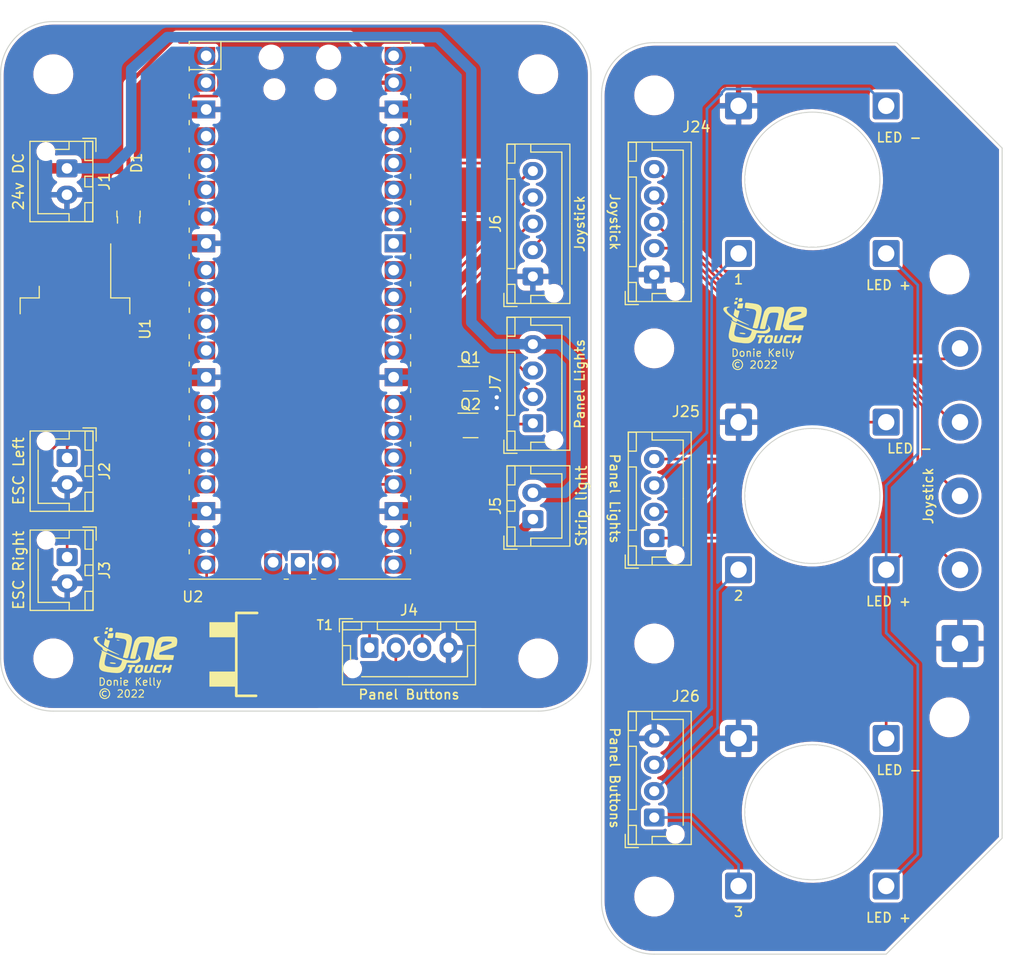
<source format=kicad_pcb>
(kicad_pcb (version 20211014) (generator pcbnew)
  (layers (0 "F.Cu" signal) (31 "B.Cu" signal) (34 "B.Paste" user) (35 "F.Paste" user) (36 "B.SilkS" user "B.Silkscreen") (37 "F.SilkS" user "F.Silkscreen") (38 "B.Mask" user) (39 "F.Mask" user) (44 "Edge.Cuts" user))
  (net 0 "")
  (net 1 "+24V")
  (net 2 "GND")
  (net 3 "Net-(D1-Pad2)")
  (net 4 "Net-(J3-Pad1)")
  (net 5 "Net-(J2-Pad1)")
  (net 19 "Net-(J6-Pad4)")
  (net 21 "Net-(Q1-Pad2)")
  (net 22 "Net-(Q2-Pad2)")
  (net 24 "Net-(J5-Pad1)")
  (net 26 "Net-(J4-Pad3)")
  (net 33 "Net-(J4-Pad2)")
  (net 34 "Net-(J4-Pad1)")
  (net 35 "Net-(J6-Pad3)")
  (net 36 "Net-(J6-Pad5)")
  (net 37 "Net-(J7-Pad1)")
  (net 38 "Net-(J7-Pad2)")
  (net 39 "Net-(J7-Pad3)")
  (net 40 "Net-(Q1-Pad5)")
  (net 41 "Net-(D1-Pad1)")
  (net 42 "+3V3")
  (net 43 "Net-(J8-Pad4)")
  (net 44 "Net-(J8-Pad3)")
  (net 45 "Net-(J8-Pad2)")
  (net 46 "Net-(J8-Pad1)")
  (net 47 "Net-(T1-Pad1)")
  (net 48 "Net-(J9-Pad1)")
  (net 49 "Net-(J9-Pad2)")
  (net 50 "Net-(J19-Pad1)")
  (net 51 "Net-(J12-Pad3)")
  (net 52 "Net-(J12-Pad2)")
  (net 53 "Net-(J12-Pad1)")
  (net 54 "Net-(J14-Pad1)")
  (footprint "STD40NF10:D_PAK" (layer "F.Cu") (at 82.845 105.029 -90)
    (fp_text reference "T1" (at -2.779 -7.905 180) (layer "F.SilkS") (effects (font (size 0.9 0.9))))
    (fp_text value "STD40NF10")
    (pad "1" smd rect locked (at -2.3 3.3 270) (size 1.6 3) (layers "F.Cu" "F.Paste" "F.Mask") (net 47 "Net-(T1-Pad1)"))
    (pad "2" smd rect locked (at 0 -3.4 270) (size 6.7 6.7) (layers "F.Cu" "F.Paste" "F.Mask") (net 24 "Net-(J5-Pad1)"))
    (pad "3" smd rect locked (at 2.3 3.3 270) (size 1.6 3) (layers "F.Cu" "F.Paste" "F.Mask") (net 2 "GND"))
  )
  (footprint "MCU_RaspberryPi_and_Boards:RPi_Pico_SMD_TH" (layer "F.Cu") (at 88.392 72.39)
    (fp_text reference "U2" (at -10.16 27.178) (layer "F.SilkS"))
    (fp_text value "Pico" hide)
    (pad "" np_thru_hole oval (at 2.725 -24) (size 1.8 1.8) (drill 1.8) (layers *.Cu *.Mask))
    (pad "" np_thru_hole oval (at 2.425 -20.97) (size 1.5 1.5) (drill 1.5) (layers *.Cu *.Mask))
    (pad "" np_thru_hole oval (at -2.425 -20.97) (size 1.5 1.5) (drill 1.5) (layers *.Cu *.Mask))
    (pad "" np_thru_hole oval (at -2.725 -24) (size 1.8 1.8) (drill 1.8) (layers *.Cu *.Mask))
    (pad "1" thru_hole oval (at -8.89 -24.13) (size 1.7 1.7) (drill 1.02) (layers *.Cu *.Mask) (net 5 "Net-(J2-Pad1)"))
    (pad "1" smd rect (at -8.89 -24.13) (size 3.5 1.7) (drill (offset -0.9 0)) (layers "F.Cu" "F.Mask") (net 5 "Net-(J2-Pad1)"))
    (pad "2" thru_hole oval (at -8.89 -21.59) (size 1.7 1.7) (drill 1.02) (layers *.Cu *.Mask) (net 4 "Net-(J3-Pad1)"))
    (pad "2" smd rect (at -8.89 -21.59) (size 3.5 1.7) (drill (offset -0.9 0)) (layers "F.Cu" "F.Mask") (net 4 "Net-(J3-Pad1)"))
    (pad "3" smd rect (at -8.89 -19.05) (size 3.5 1.7) (drill (offset -0.9 0)) (layers "F.Cu" "F.Mask") (net 2 "GND"))
    (pad "3" thru_hole rect (at -8.89 -19.05) (size 1.7 1.7) (drill 1.02) (layers *.Cu *.Mask) (net 2 "GND"))
    (pad "4" smd rect (at -8.89 -16.51) (size 3.5 1.7) (drill (offset -0.9 0)) (layers "F.Cu" "F.Mask"))
    (pad "4" thru_hole oval (at -8.89 -16.51) (size 1.7 1.7) (drill 1.02) (layers *.Cu *.Mask))
    (pad "5" thru_hole oval (at -8.89 -13.97) (size 1.7 1.7) (drill 1.02) (layers *.Cu *.Mask))
    (pad "5" smd rect (at -8.89 -13.97) (size 3.5 1.7) (drill (offset -0.9 0)) (layers "F.Cu" "F.Mask"))
    (pad "6" smd rect (at -8.89 -11.43) (size 3.5 1.7) (drill (offset -0.9 0)) (layers "F.Cu" "F.Mask"))
    (pad "6" thru_hole oval (at -8.89 -11.43) (size 1.7 1.7) (drill 1.02) (layers *.Cu *.Mask))
    (pad "7" thru_hole oval (at -8.89 -8.89) (size 1.7 1.7) (drill 1.02) (layers *.Cu *.Mask))
    (pad "7" smd rect (at -8.89 -8.89) (size 3.5 1.7) (drill (offset -0.9 0)) (layers "F.Cu" "F.Mask"))
    (pad "8" thru_hole rect (at -8.89 -6.35) (size 1.7 1.7) (drill 1.02) (layers *.Cu *.Mask) (net 2 "GND"))
    (pad "8" smd rect (at -8.89 -6.35) (size 3.5 1.7) (drill (offset -0.9 0)) (layers "F.Cu" "F.Mask") (net 2 "GND"))
    (pad "9" smd rect (at -8.89 -3.81) (size 3.5 1.7) (drill (offset -0.9 0)) (layers "F.Cu" "F.Mask"))
    (pad "9" thru_hole oval (at -8.89 -3.81) (size 1.7 1.7) (drill 1.02) (layers *.Cu *.Mask))
    (pad "10" thru_hole oval (at -8.89 -1.27) (size 1.7 1.7) (drill 1.02) (layers *.Cu *.Mask))
    (pad "10" smd rect (at -8.89 -1.27) (size 3.5 1.7) (drill (offset -0.9 0)) (layers "F.Cu" "F.Mask"))
    (pad "11" smd rect (at -8.89 1.27) (size 3.5 1.7) (drill (offset -0.9 0)) (layers "F.Cu" "F.Mask"))
    (pad "11" thru_hole oval (at -8.89 1.27) (size 1.7 1.7) (drill 1.02) (layers *.Cu *.Mask))
    (pad "12" thru_hole oval (at -8.89 3.81) (size 1.7 1.7) (drill 1.02) (layers *.Cu *.Mask))
    (pad "12" smd rect (at -8.89 3.81) (size 3.5 1.7) (drill (offset -0.9 0)) (layers "F.Cu" "F.Mask"))
    (pad "13" thru_hole rect (at -8.89 6.35) (size 1.7 1.7) (drill 1.02) (layers *.Cu *.Mask) (net 2 "GND"))
    (pad "13" smd rect (at -8.89 6.35) (size 3.5 1.7) (drill (offset -0.9 0)) (layers "F.Cu" "F.Mask") (net 2 "GND"))
    (pad "14" thru_hole oval (at -8.89 8.89) (size 1.7 1.7) (drill 1.02) (layers *.Cu *.Mask))
    (pad "14" smd rect (at -8.89 8.89) (size 3.5 1.7) (drill (offset -0.9 0)) (layers "F.Cu" "F.Mask"))
    (pad "15" thru_hole oval (at -8.89 11.43) (size 1.7 1.7) (drill 1.02) (layers *.Cu *.Mask))
    (pad "15" smd rect (at -8.89 11.43) (size 3.5 1.7) (drill (offset -0.9 0)) (layers "F.Cu" "F.Mask"))
    (pad "16" thru_hole oval (at -8.89 13.97) (size 1.7 1.7) (drill 1.02) (layers *.Cu *.Mask))
    (pad "16" smd rect (at -8.89 13.97) (size 3.5 1.7) (drill (offset -0.9 0)) (layers "F.Cu" "F.Mask"))
    (pad "17" thru_hole oval (at -8.89 16.51) (size 1.7 1.7) (drill 1.02) (layers *.Cu *.Mask))
    (pad "17" smd rect (at -8.89 16.51) (size 3.5 1.7) (drill (offset -0.9 0)) (layers "F.Cu" "F.Mask"))
    (pad "18" thru_hole rect (at -8.89 19.05) (size 1.7 1.7) (drill 1.02) (layers *.Cu *.Mask) (net 2 "GND"))
    (pad "18" smd rect (at -8.89 19.05) (size 3.5 1.7) (drill (offset -0.9 0)) (layers "F.Cu" "F.Mask") (net 2 "GND"))
    (pad "19" smd rect (at -8.89 21.59) (size 3.5 1.7) (drill (offset -0.9 0)) (layers "F.Cu" "F.Mask"))
    (pad "19" thru_hole oval (at -8.89 21.59) (size 1.7 1.7) (drill 1.02) (layers *.Cu *.Mask))
    (pad "20" thru_hole oval (at -8.89 24.13) (size 1.7 1.7) (drill 1.02) (layers *.Cu *.Mask) (net 47 "Net-(T1-Pad1)"))
    (pad "20" smd rect (at -8.89 24.13) (size 3.5 1.7) (drill (offset -0.9 0)) (layers "F.Cu" "F.Mask") (net 47 "Net-(T1-Pad1)"))
    (pad "21" thru_hole oval (at 8.89 24.13) (size 1.7 1.7) (drill 1.02) (layers *.Cu *.Mask))
    (pad "21" smd rect (at 8.89 24.13) (size 3.5 1.7) (drill (offset 0.9 0)) (layers "F.Cu" "F.Mask"))
    (pad "22" thru_hole oval (at 8.89 21.59) (size 1.7 1.7) (drill 1.02) (layers *.Cu *.Mask) (net 34 "Net-(J4-Pad1)"))
    (pad "22" smd rect (at 8.89 21.59) (size 3.5 1.7) (drill (offset 0.9 0)) (layers "F.Cu" "F.Mask") (net 34 "Net-(J4-Pad1)"))
    (pad "23" smd rect (at 8.89 19.05) (size 3.5 1.7) (drill (offset 0.9 0)) (layers "F.Cu" "F.Mask") (net 2 "GND"))
    (pad "23" thru_hole rect (at 8.89 19.05) (size 1.7 1.7) (drill 1.02) (layers *.Cu *.Mask) (net 2 "GND"))
    (pad "24" smd rect (at 8.89 16.51) (size 3.5 1.7) (drill (offset 0.9 0)) (layers "F.Cu" "F.Mask") (net 33 "Net-(J4-Pad2)"))
    (pad "24" thru_hole oval (at 8.89 16.51) (size 1.7 1.7) (drill 1.02) (layers *.Cu *.Mask) (net 33 "Net-(J4-Pad2)"))
    (pad "25" thru_hole oval (at 8.89 13.97) (size 1.7 1.7) (drill 1.02) (layers *.Cu *.Mask) (net 26 "Net-(J4-Pad3)"))
    (pad "25" smd rect (at 8.89 13.97) (size 3.5 1.7) (drill (offset 0.9 0)) (layers "F.Cu" "F.Mask") (net 26 "Net-(J4-Pad3)"))
    (pad "26" thru_hole oval (at 8.89 11.43) (size 1.7 1.7) (drill 1.02) (layers *.Cu *.Mask) (net 22 "Net-(Q2-Pad2)"))
    (pad "26" smd rect (at 8.89 11.43) (size 3.5 1.7) (drill (offset 0.9 0)) (layers "F.Cu" "F.Mask") (net 22 "Net-(Q2-Pad2)"))
    (pad "27" smd rect (at 8.89 8.89) (size 3.5 1.7) (drill (offset 0.9 0)) (layers "F.Cu" "F.Mask") (net 40 "Net-(Q1-Pad5)"))
    (pad "27" thru_hole oval (at 8.89 8.89) (size 1.7 1.7) (drill 1.02) (layers *.Cu *.Mask) (net 40 "Net-(Q1-Pad5)"))
    (pad "28" thru_hole rect (at 8.89 6.35) (size 1.7 1.7) (drill 1.02) (layers *.Cu *.Mask) (net 2 "GND"))
    (pad "28" smd rect (at 8.89 6.35) (size 3.5 1.7) (drill (offset 0.9 0)) (layers "F.Cu" "F.Mask") (net 2 "GND"))
    (pad "29" thru_hole oval (at 8.89 3.81) (size 1.7 1.7) (drill 1.02) (layers *.Cu *.Mask) (net 21 "Net-(Q1-Pad2)"))
    (pad "29" smd rect (at 8.89 3.81) (size 3.5 1.7) (drill (offset 0.9 0)) (layers "F.Cu" "F.Mask") (net 21 "Net-(Q1-Pad2)"))
    (pad "30" smd rect (at 8.89 1.27) (size 3.5 1.7) (drill (offset 0.9 0)) (layers "F.Cu" "F.Mask"))
    (pad "30" thru_hole oval (at 8.89 1.27) (size 1.7 1.7) (drill 1.02) (layers *.Cu *.Mask))
    (pad "31" smd rect (at 8.89 -1.27) (size 3.5 1.7) (drill (offset 0.9 0)) (layers "F.Cu" "F.Mask") (net 35 "Net-(J6-Pad3)"))
    (pad "31" thru_hole oval (at 8.89 -1.27) (size 1.7 1.7) (drill 1.02) (layers *.Cu *.Mask) (net 35 "Net-(J6-Pad3)"))
    (pad "32" smd rect (at 8.89 -3.81) (size 3.5 1.7) (drill (offset 0.9 0)) (layers "F.Cu" "F.Mask") (net 19 "Net-(J6-Pad4)"))
    (pad "32" thru_hole oval (at 8.89 -3.81) (size 1.7 1.7) (drill 1.02) (layers *.Cu *.Mask) (net 19 "Net-(J6-Pad4)"))
    (pad "33" thru_hole rect (at 8.89 -6.35) (size 1.7 1.7) (drill 1.02) (layers *.Cu *.Mask))
    (pad "33" smd rect (at 8.89 -6.35) (size 3.5 1.7) (drill (offset 0.9 0)) (layers "F.Cu" "F.Mask"))
    (pad "34" smd rect (at 8.89 -8.89) (size 3.5 1.7) (drill (offset 0.9 0)) (layers "F.Cu" "F.Mask") (net 36 "Net-(J6-Pad5)"))
    (pad "34" thru_hole oval (at 8.89 -8.89) (size 1.7 1.7) (drill 1.02) (layers *.Cu *.Mask) (net 36 "Net-(J6-Pad5)"))
    (pad "35" thru_hole oval (at 8.89 -11.43) (size 1.7 1.7) (drill 1.02) (layers *.Cu *.Mask))
    (pad "35" smd rect (at 8.89 -11.43) (size 3.5 1.7) (drill (offset 0.9 0)) (layers "F.Cu" "F.Mask"))
    (pad "36" smd rect (at 8.89 -13.97) (size 3.5 1.7) (drill (offset 0.9 0)) (layers "F.Cu" "F.Mask") (net 42 "+3V3"))
    (pad "36" thru_hole oval (at 8.89 -13.97) (size 1.7 1.7) (drill 1.02) (layers *.Cu *.Mask) (net 42 "+3V3"))
    (pad "37" thru_hole oval (at 8.89 -16.51) (size 1.7 1.7) (drill 1.02) (layers *.Cu *.Mask))
    (pad "37" smd rect (at 8.89 -16.51) (size 3.5 1.7) (drill (offset 0.9 0)) (layers "F.Cu" "F.Mask"))
    (pad "38" smd rect (at 8.89 -19.05) (size 3.5 1.7) (drill (offset 0.9 0)) (layers "F.Cu" "F.Mask") (net 2 "GND"))
    (pad "38" thru_hole rect (at 8.89 -19.05) (size 1.7 1.7) (drill 1.02) (layers *.Cu *.Mask) (net 2 "GND"))
    (pad "39" smd rect (at 8.89 -21.59) (size 3.5 1.7) (drill (offset 0.9 0)) (layers "F.Cu" "F.Mask") (net 41 "Net-(D1-Pad1)"))
    (pad "39" thru_hole oval (at 8.89 -21.59) (size 1.7 1.7) (drill 1.02) (layers *.Cu *.Mask) (net 41 "Net-(D1-Pad1)"))
    (pad "40" smd rect (at 8.89 -24.13) (size 3.5 1.7) (drill (offset 0.9 0)) (layers "F.Cu" "F.Mask"))
    (pad "40" thru_hole oval (at 8.89 -24.13) (size 1.7 1.7) (drill 1.02) (layers *.Cu *.Mask))
    (pad "41" smd rect (at -2.54 23.9 90) (size 3.5 1.7) (drill (offset -0.9 0)) (layers "F.Cu" "F.Mask"))
    (pad "41" thru_hole oval (at -2.54 23.9) (size 1.7 1.7) (drill 1.02) (layers *.Cu *.Mask))
    (pad "42" smd rect (at 0 23.9 90) (size 3.5 1.7) (drill (offset -0.9 0)) (layers "F.Cu" "F.Mask"))
    (pad "42" thru_hole rect (at 0 23.9) (size 1.7 1.7) (drill 1.02) (layers *.Cu *.Mask))
    (pad "43" thru_hole oval (at 2.54 23.9) (size 1.7 1.7) (drill 1.02) (layers *.Cu *.Mask))
    (pad "43" smd rect (at 2.54 23.9 90) (size 3.5 1.7) (drill (offset -0.9 0)) (layers "F.Cu" "F.Mask"))
  )
  (footprint "Connector_Wire:SolderWire-0.75sqmm_1x05_P7mm_D1.25mm_OD3.5mm" (layer "F.Cu") (at 151 104 90)
    (fp_text reference "J23" hide)
    (fp_text value "Joystick" (at 14 -3 90) (layer "F.SilkS") (effects (font (size 0.9 0.9))))
    (pad "1" thru_hole roundrect (at 0 0 90) (size 3.5 3.5) (drill 1.55) (layers *.Cu *.Mask) (roundrect_rratio 0.07142914286) (net 2 "GND"))
    (pad "2" thru_hole circle (at 7 0 90) (size 3.5 3.5) (drill 1.55) (layers *.Cu *.Mask) (net 43 "Net-(J8-Pad4)"))
    (pad "3" thru_hole circle (at 14 0 90) (size 3.5 3.5) (drill 1.55) (layers *.Cu *.Mask) (net 44 "Net-(J8-Pad3)"))
    (pad "4" thru_hole circle (at 21 0 90) (size 3.5 3.5) (drill 1.55) (layers *.Cu *.Mask) (net 45 "Net-(J8-Pad2)"))
    (pad "5" thru_hole circle (at 28 0 90) (size 3.5 3.5) (drill 1.55) (layers *.Cu *.Mask) (net 46 "Net-(J8-Pad1)"))
  )
  (footprint "Connector_JST:JST_XH_B4B-XH-AM_1x04_P2.50mm_Vertical" (layer "F.Cu") (at 122 94 90)
    (fp_text reference "J25" (at 12 3 180) (layer "F.SilkS"))
    (fp_text value "Panel Lights" (at 3.75 -3.75 270 unlocked) (layer "F.SilkS") (effects (font (size 0.9 0.9))))
    (pad "" np_thru_hole circle (at -1.6 2 90) (size 1.2 1.2) (drill 1.2) (layers *.Cu *.Mask))
    (pad "1" thru_hole roundrect (at 0 0 90) (size 1.7 1.95) (drill 0.95) (layers *.Cu *.Mask) (roundrect_rratio 0.1470588235) (net 53 "Net-(J12-Pad1)"))
    (pad "2" thru_hole oval (at 2.5 0 90) (size 1.7 1.95) (drill 0.95) (layers *.Cu *.Mask) (net 52 "Net-(J12-Pad2)"))
    (pad "3" thru_hole oval (at 5 0 90) (size 1.7 1.95) (drill 0.95) (layers *.Cu *.Mask) (net 51 "Net-(J12-Pad3)"))
    (pad "4" thru_hole oval (at 7.5 0 90) (size 1.7 1.95) (drill 0.95) (layers *.Cu *.Mask) (net 50 "Net-(J19-Pad1)"))
  )
  (footprint "Connector_Wire:SolderWire-0.75sqmm_1x01_D1.25mm_OD2.3mm" (layer "F.Cu") (at 130 67)
    (fp_text reference "J14" hide)
    (fp_text value "1" (at 0 2.47) (layer "F.SilkS") (effects (font (size 0.9 0.9))))
    (pad "1" thru_hole roundrect (at 0 0) (size 2.55 2.55) (drill 1.55) (layers *.Cu *.Mask) (roundrect_rratio 0.09803882353) (net 54 "Net-(J14-Pad1)"))
  )
  (footprint "Connector_Wire:SolderWire-0.75sqmm_1x01_D1.25mm_OD2.3mm" (layer "F.Cu") (at 130 113)
    (fp_text reference "J13" hide)
    (fp_text value "GND" hide)
    (pad "1" thru_hole roundrect (at 0 0) (size 2.55 2.55) (drill 1.55) (layers *.Cu *.Mask) (roundrect_rratio 0.09803882353) (net 2 "GND"))
  )
  (footprint "Connector_JST:JST_XH_B5B-XH-AM_1x05_P2.50mm_Vertical" (layer "F.Cu") (at 110.49 69.182 90)
    (fp_text reference "J6" (at 5 -3.55 90) (layer "F.SilkS"))
    (fp_text value "Joystick" (at 5 4.445 90) (layer "F.SilkS") (effects (font (size 0.9 0.9))))
    (pad "" np_thru_hole circle (at -1.6 2 90) (size 1.2 1.2) (drill 1.2) (layers *.Cu *.Mask))
    (pad "1" thru_hole roundrect (at 0 0 90) (size 1.7 1.95) (drill 0.95) (layers *.Cu *.Mask) (roundrect_rratio 0.1470588235) (net 2 "GND"))
    (pad "2" thru_hole oval (at 2.5 0 90) (size 1.7 1.95) (drill 0.95) (layers *.Cu *.Mask) (net 42 "+3V3"))
    (pad "3" thru_hole oval (at 5 0 90) (size 1.7 1.95) (drill 0.95) (layers *.Cu *.Mask) (net 35 "Net-(J6-Pad3)"))
    (pad "4" thru_hole oval (at 7.5 0 90) (size 1.7 1.95) (drill 0.95) (layers *.Cu *.Mask) (net 19 "Net-(J6-Pad4)"))
    (pad "5" thru_hole oval (at 10 0 90) (size 1.7 1.95) (drill 0.95) (layers *.Cu *.Mask) (net 36 "Net-(J6-Pad5)"))
  )
  (footprint "Connector_Wire:SolderWire-0.75sqmm_1x01_D1.25mm_OD2.3mm" (layer "F.Cu") (at 130 97)
    (fp_text reference "J15" hide)
    (fp_text value "2" (at 0 2.47) (layer "F.SilkS") (effects (font (size 0.9 0.9))))
    (pad "1" thru_hole roundrect (at 0 0) (size 2.55 2.55) (drill 1.55) (layers *.Cu *.Mask) (roundrect_rratio 0.09803882353) (net 49 "Net-(J9-Pad2)"))
  )
  (footprint "Package_TO_SOT_SMD:TO-263-2" (layer "F.Cu") (at 67.056 74.168 -90)
    (fp_text reference "U1" (at 0 -6.65 90) (layer "F.SilkS"))
    (fp_text value "L7805" hide)
    (pad "1" smd rect (at -5.775 -2.54 270) (size 4.6 1.1) (layers "F.Cu" "F.Paste" "F.Mask") (net 1 "+24V"))
    (pad "2" smd rect (at 3.375 0 270) (size 9.4 10.8) (layers "F.Cu" "F.Mask") (net 2 "GND"))
    (pad "3" smd rect (at -5.775 2.54 270) (size 4.6 1.1) (layers "F.Cu" "F.Paste" "F.Mask") (net 3 "Net-(D1-Pad2)"))
  )
  (footprint "Connector_JST:JST_XH_B4B-XH-AM_1x04_P2.50mm_Vertical" (layer "F.Cu") (at 122 120.5 90)
    (fp_text reference "J26" (at 11.5 3 180) (layer "F.SilkS"))
    (fp_text value "Panel Buttons" (at 3.75 -3.75 270 unlocked) (layer "F.SilkS") (effects (font (size 0.9 0.9))))
    (pad "" np_thru_hole circle (at -1.6 2 90) (size 1.2 1.2) (drill 1.2) (layers *.Cu *.Mask))
    (pad "1" thru_hole roundrect (at 0 0 90) (size 1.7 1.95) (drill 0.95) (layers *.Cu *.Mask) (roundrect_rratio 0.1470588235) (net 48 "Net-(J9-Pad1)"))
    (pad "2" thru_hole oval (at 2.5 0 90) (size 1.7 1.95) (drill 0.95) (layers *.Cu *.Mask) (net 49 "Net-(J9-Pad2)"))
    (pad "3" thru_hole oval (at 5 0 90) (size 1.7 1.95) (drill 0.95) (layers *.Cu *.Mask) (net 54 "Net-(J14-Pad1)"))
    (pad "4" thru_hole oval (at 7.5 0 90) (size 1.7 1.95) (drill 0.95) (layers *.Cu *.Mask) (net 2 "GND"))
  )
  (footprint "smd:DO220AA" (layer "F.Cu") (at 72.136 61.722 90)
    (fp_text reference "D1" (at 3.302 0.762 90) (layer "F.SilkS"))
    (fp_text value "D_Schottky" hide)
    (pad "1" smd rect (at 0.5 0 270) (size 2.9 2.6) (layers "F.Cu" "F.Paste" "F.Mask") (net 41 "Net-(D1-Pad1)"))
    (pad "2" smd rect (at -2 0 270) (size 0.8 1.5) (layers "F.Cu" "F.Paste" "F.Mask") (net 3 "Net-(D1-Pad2)"))
  )
  (footprint "Connector_Wire:SolderWire-0.75sqmm_1x01_D1.25mm_OD2.3mm" (layer "F.Cu") (at 144 97)
    (fp_text reference "J18" hide)
    (fp_text value "LED +" (at -2 3) (layer "F.SilkS") (effects (font (size 0.9 0.9)) (justify left)))
    (pad "1" thru_hole roundrect (at 0 0) (size 2.55 2.55) (drill 1.55) (layers *.Cu *.Mask) (roundrect_rratio 0.09803882353) (net 50 "Net-(J19-Pad1)"))
  )
  (footprint "OneTouch_Logo:onetouchlogo" (layer "F.Cu") (at 72.771 104.775)
    (fp_text reference "G1" hide)
    (fp_text value "LOGO" hide)
  )
  (footprint "OneTouch_Logo:onetouchlogo" (layer "F.Cu") (at 132.5 73.5)
    (fp_text reference "G2" hide)
    (fp_text value "LOGO" hide)
  )
  (footprint "MountingHole:MountingHole_3.2mm_M3" (layer "F.Cu") (at 111 105.41)
    (fp_text reference "H3" hide)
    (fp_text value "MountingHole" hide)
    (pad "" np_thru_hole circle (at 0 0) (size 3.2 3.2) (drill 3.2) (layers *.Cu *.Mask))
  )
  (footprint "MountingHole:MountingHole_12.7mm" (layer "F.Cu") (at 137 90)
    (fp_text reference "H6" (at 0 -3.2) (layer "F.SilkS"))
    (fp_text value "MountingHole")
    (pad "" np_thru_hole circle (at 0 0) (size 12.7 12.7) (drill 12.7) (layers F&B.Cu *.Mask))
  )
  (footprint "MountingHole:MountingHole_12.7mm" (layer "F.Cu") (at 137 120)
    (fp_text reference "H7" hide)
    (fp_text value "MountingHole")
    (pad "" np_thru_hole circle (at 0 0) (size 12.7 12.7) (drill 12.7) (layers F&B.Cu *.Mask))
  )
  (footprint "MountingHole:MountingHole_3.2mm_M3" (layer "F.Cu") (at 122 76)
    (fp_text reference "H11" hide)
    (fp_text value "MountingHole" hide)
    (pad "" np_thru_hole circle (at 0 0) (size 3.2 3.2) (drill 3.2) (layers *.Cu *.Mask))
  )
  (footprint "Package_TO_SOT_SMD:SOT-363_SC-70-6" (layer "F.Cu") (at 104.582 78.882)
    (fp_text reference "Q1" (at 0 -2) (layer "F.SilkS"))
    (fp_text value "2N7002HSX" hide)
    (pad "1" smd rect (at -0.95 -0.65) (size 0.65 0.4) (layers "F.Cu" "F.Paste" "F.Mask") (net 2 "GND"))
    (pad "2" smd rect (at -0.95 0) (size 0.65 0.4) (layers "F.Cu" "F.Paste" "F.Mask") (net 21 "Net-(Q1-Pad2)"))
    (pad "3" smd rect (at -0.95 0.65) (size 0.65 0.4) (layers "F.Cu" "F.Paste" "F.Mask") (net 39 "Net-(J7-Pad3)"))
    (pad "4" smd rect (at 0.95 0.65) (size 0.65 0.4) (layers "F.Cu" "F.Paste" "F.Mask") (net 2 "GND"))
    (pad "5" smd rect (at 0.95 0) (size 0.65 0.4) (layers "F.Cu" "F.Paste" "F.Mask") (net 40 "Net-(Q1-Pad5)"))
    (pad "6" smd rect (at 0.95 -0.65) (size 0.65 0.4) (layers "F.Cu" "F.Paste" "F.Mask") (net 38 "Net-(J7-Pad2)"))
  )
  (footprint "Package_TO_SOT_SMD:SOT-363_SC-70-6" (layer "F.Cu") (at 104.582 83.312)
    (fp_text reference "Q2" (at 0 -2) (layer "F.SilkS"))
    (fp_text value "2N7002HSX" hide)
    (pad "1" smd rect (at -0.95 -0.65) (size 0.65 0.4) (layers "F.Cu" "F.Paste" "F.Mask") (net 2 "GND"))
    (pad "2" smd rect (at -0.95 0) (size 0.65 0.4) (layers "F.Cu" "F.Paste" "F.Mask") (net 22 "Net-(Q2-Pad2)"))
    (pad "3" smd rect (at -0.95 0.65) (size 0.65 0.4) (layers "F.Cu" "F.Paste" "F.Mask") (net 37 "Net-(J7-Pad1)"))
    (pad "4" smd rect (at 0.95 0.65) (size 0.65 0.4) (layers "F.Cu" "F.Paste" "F.Mask"))
    (pad "5" smd rect (at 0.95 0) (size 0.65 0.4) (layers "F.Cu" "F.Paste" "F.Mask"))
    (pad "6" smd rect (at 0.95 -0.65) (size 0.65 0.4) (layers "F.Cu" "F.Paste" "F.Mask"))
  )
  (footprint "MountingHole:MountingHole_3.2mm_M3" (layer "F.Cu") (at 65 105.41)
    (fp_text reference "H4" hide)
    (fp_text value "MountingHole" hide)
    (pad "" np_thru_hole circle (at 0 0) (size 3.2 3.2) (drill 3.2) (layers *.Cu *.Mask))
  )
  (footprint "Connector_Wire:SolderWire-0.75sqmm_1x01_D1.25mm_OD2.3mm" (layer "F.Cu") (at 144 67)
    (fp_text reference "J17" hide)
    (fp_text value "LED +" (at -2 3) (layer "F.SilkS") (effects (font (size 0.9 0.9)) (justify left)))
    (pad "1" thru_hole roundrect (at 0 0) (size 2.55 2.55) (drill 1.55) (layers *.Cu *.Mask) (roundrect_rratio 0.09803882353) (net 50 "Net-(J19-Pad1)"))
  )
  (footprint "Connector_Wire:SolderWire-0.75sqmm_1x01_D1.25mm_OD2.3mm" (layer "F.Cu") (at 144 113)
    (fp_text reference "J22" hide)
    (fp_text value "LED -" (at -1 3) (layer "F.SilkS") (effects (font (size 0.9 0.9)) (justify left)))
    (pad "1" thru_hole roundrect (at 0 0) (size 2.55 2.55) (drill 1.55) (layers *.Cu *.Mask) (roundrect_rratio 0.09803882353) (net 53 "Net-(J12-Pad1)"))
  )
  (footprint "Connector_Wire:SolderWire-0.75sqmm_1x01_D1.25mm_OD2.3mm" (layer "F.Cu") (at 144 83)
    (fp_text reference "J21" hide)
    (fp_text value "LED -" (at 0 2.5) (layer "F.SilkS") (effects (font (size 0.9 0.9)) (justify left)))
    (pad "1" thru_hole roundrect (at 0 0) (size 2.55 2.55) (drill 1.55) (layers *.Cu *.Mask) (roundrect_rratio 0.09803882353) (net 52 "Net-(J12-Pad2)"))
  )
  (footprint "MountingHole:MountingHole_3.2mm_M3" (layer "F.Cu") (at 111 50)
    (fp_text reference "H1" hide)
    (fp_text value "MountingHole" hide)
    (pad "" np_thru_hole circle (at 0 0) (size 3.2 3.2) (drill 3.2) (layers *.Cu *.Mask))
  )
  (footprint "Connector_JST:JST_XH_B5B-XH-AM_1x05_P2.50mm_Vertical" (layer "F.Cu") (at 122 69 90)
    (fp_text reference "J24" (at 14 4 180) (layer "F.SilkS"))
    (fp_text value "Joystick" (at 5 -3.75 270 unlocked) (layer "F.SilkS") (effects (font (size 0.9 0.9))))
    (pad "" np_thru_hole circle (at -1.6 2 90) (size 1.2 1.2) (drill 1.2) (layers *.Cu *.Mask))
    (pad "1" thru_hole roundrect (at 0 0 90) (size 1.7 1.95) (drill 0.95) (layers *.Cu *.Mask) (roundrect_rratio 0.1470588235) (net 2 "GND"))
    (pad "2" thru_hole oval (at 2.5 0 90) (size 1.7 1.95) (drill 0.95) (layers *.Cu *.Mask) (net 43 "Net-(J8-Pad4)"))
    (pad "3" thru_hole oval (at 5 0 90) (size 1.7 1.95) (drill 0.95) (layers *.Cu *.Mask) (net 44 "Net-(J8-Pad3)"))
    (pad "4" thru_hole oval (at 7.5 0 90) (size 1.7 1.95) (drill 0.95) (layers *.Cu *.Mask) (net 45 "Net-(J8-Pad2)"))
    (pad "5" thru_hole oval (at 10 0 90) (size 1.7 1.95) (drill 0.95) (layers *.Cu *.Mask) (net 46 "Net-(J8-Pad1)"))
  )
  (footprint "MountingHole:MountingHole_3.2mm_M3" (layer "F.Cu") (at 150 69)
    (fp_text reference "H10" hide)
    (fp_text value "MountingHole" hide)
    (pad "" np_thru_hole circle (at 0 0) (size 3.2 3.2) (drill 3.2) (layers *.Cu *.Mask))
  )
  (footprint "Connector_Wire:SolderWire-0.75sqmm_1x01_D1.25mm_OD2.3mm" (layer "F.Cu") (at 144 53)
    (fp_text reference "J20" hide)
    (fp_text value "LED -" (at -1 3) (layer "F.SilkS") (effects (font (size 0.9 0.9)) (justify left)))
    (pad "1" thru_hole roundrect (at 0 0) (size 2.55 2.55) (drill 1.55) (layers *.Cu *.Mask) (roundrect_rratio 0.09803882353) (net 51 "Net-(J12-Pad3)"))
  )
  (footprint "Connector_Wire:SolderWire-0.75sqmm_1x01_D1.25mm_OD2.3mm" (layer "F.Cu") (at 130 127)
    (fp_text reference "J16" hide)
    (fp_text value "3" (at 0 2.47) (layer "F.SilkS") (effects (font (size 0.9 0.9))))
    (pad "1" thru_hole roundrect (at 0 0) (size 2.55 2.55) (drill 1.55) (layers *.Cu *.Mask) (roundrect_rratio 0.09803882353) (net 48 "Net-(J9-Pad1)"))
  )
  (footprint "Connector_JST:JST_XH_B2B-XH-A_1x02_P2.50mm_Vertical" (layer "F.Cu") (at 110.49 92.202 90)
    (fp_text reference "J5" (at 1.25 -3.55 90) (layer "F.SilkS"))
    (fp_text value "Strip light" (at 1.25 4.6 90) (layer "F.SilkS"))
    (pad "1" thru_hole roundrect (at 0 0 90) (size 1.7 2) (drill 1) (layers *.Cu *.Mask) (roundrect_rratio 0.1470588235) (net 24 "Net-(J5-Pad1)"))
    (pad "2" thru_hole oval (at 2.5 0 90) (size 1.7 2) (drill 1) (layers *.Cu *.Mask) (net 1 "+24V"))
  )
  (footprint "MountingHole:MountingHole_3.2mm_M3" (layer "F.Cu") (at 150 111)
    (fp_text reference "H12" hide)
    (fp_text value "MountingHole" hide)
    (pad "" np_thru_hole circle (at 0 0) (size 3.2 3.2) (drill 3.2) (layers *.Cu *.Mask))
  )
  (footprint "MountingHole:MountingHole_3.2mm_M3" (layer "F.Cu") (at 122 52)
    (fp_text reference "H9" hide)
    (fp_text value "MountingHole" hide)
    (pad "" np_thru_hole circle (at 0 0) (size 3.2 3.2) (drill 3.2) (layers *.Cu *.Mask))
  )
  (footprint "Connector_JST:JST_XH_B2B-XH-AM_1x02_P2.50mm_Vertical" (layer "F.Cu") (at 66.294 58.928 -90)
    (fp_text reference "J1" (at 1.25 -3.55 90) (layer "F.SilkS"))
    (fp_text value "24v DC" (at 1.25 4.6 90) (layer "F.SilkS"))
    (pad "" np_thru_hole circle (at -1.6 2 270) (size 1.2 1.2) (drill 1.2) (layers *.Cu *.Mask))
    (pad "1" thru_hole roundrect (at 0 0 270) (size 1.7 2) (drill 1) (layers *.Cu *.Mask) (roundrect_rratio 0.1470588235) (net 1 "+24V"))
    (pad "2" thru_hole oval (at 2.5 0 270) (size 1.7 2) (drill 1) (layers *.Cu *.Mask) (net 2 "GND"))
  )
  (footprint "Connector_JST:JST_XH_B2B-XH-AM_1x02_P2.50mm_Vertical" (layer "F.Cu") (at 66.311 86.4 -90)
    (fp_text reference "J2" (at 1.25 -3.55 90) (layer "F.SilkS"))
    (fp_text value "ESC Left" (at 1.25 4.6 90) (layer "F.SilkS"))
    (pad "" np_thru_hole circle (at -1.6 2 270) (size 1.2 1.2) (drill 1.2) (layers *.Cu *.Mask))
    (pad "1" thru_hole roundrect (at 0 0 270) (size 1.7 2) (drill 1) (layers *.Cu *.Mask) (roundrect_rratio 0.1470588235) (net 5 "Net-(J2-Pad1)"))
    (pad "2" thru_hole oval (at 2.5 0 270) (size 1.7 2) (drill 1) (layers *.Cu *.Mask) (net 2 "GND"))
  )
  (footprint "Connector_Wire:SolderWire-0.75sqmm_1x01_D1.25mm_OD2.3mm" (layer "F.Cu") (at 130 53)
    (fp_text reference "J10" hide)
    (fp_text value "GND" hide)
    (pad "1" thru_hole roundrect (at 0 0) (size 2.55 2.55) (drill 1.55) (layers *.Cu *.Mask) (roundrect_rratio 0.09803882353) (net 2 "GND"))
  )
  (footprint "MountingHole:MountingHole_3.2mm_M3" (layer "F.Cu") (at 122 128)
    (fp_text reference "H13" hide)
    (fp_text value "MountingHole" hide)
    (pad "" np_thru_hole circle (at 0 0) (size 3.2 3.2) (drill 3.2) (layers *.Cu *.Mask))
  )
  (footprint "Connector_JST:JST_XH_B4B-XH-AM_1x04_P2.50mm_Vertical" (layer "F.Cu") (at 110.49 83.105 90)
    (fp_text reference "J7" (at 3.75 -3.55 90) (layer "F.SilkS"))
    (fp_text value "Panel Lights" (at 3.73 4.445 90) (layer "F.SilkS") (effects (font (size 0.9 0.9))))
    (pad "" np_thru_hole circle (at -1.6 2 90) (size 1.2 1.2) (drill 1.2) (layers *.Cu *.Mask))
    (pad "1" thru_hole roundrect (at 0 0 90) (size 1.7 1.95) (drill 0.95) (layers *.Cu *.Mask) (roundrect_rratio 0.1470588235) (net 37 "Net-(J7-Pad1)"))
    (pad "2" thru_hole oval (at 2.5 0 90) (size 1.7 1.95) (drill 0.95) (layers *.Cu *.Mask) (net 38 "Net-(J7-Pad2)"))
    (pad "3" thru_hole oval (at 5 0 90) (size 1.7 1.95) (drill 0.95) (layers *.Cu *.Mask) (net 39 "Net-(J7-Pad3)"))
    (pad "4" thru_hole oval (at 7.5 0 90) (size 1.7 1.95) (drill 0.95) (layers *.Cu *.Mask) (net 1 "+24V"))
  )
  (footprint "MountingHole:MountingHole_3.2mm_M3" (layer "F.Cu") (at 65 50)
    (fp_text reference "H2" hide)
    (fp_text value "MountingHole" hide)
    (pad "" np_thru_hole circle (at 0 0) (size 3.2 3.2) (drill 3.2) (layers *.Cu *.Mask))
  )
  (footprint "Connector_Wire:SolderWire-0.75sqmm_1x01_D1.25mm_OD2.3mm" (layer "F.Cu") (at 144 127)
    (fp_text reference "J19" hide)
    (fp_text value "LED +" (at -2 3) (layer "F.SilkS") (effects (font (size 0.9 0.9)) (justify left)))
    (pad "1" thru_hole roundrect (at 0 0) (size 2.55 2.55) (drill 1.55) (layers *.Cu *.Mask) (roundrect_rratio 0.09803882353) (net 50 "Net-(J19-Pad1)"))
  )
  (footprint "Connector_JST:JST_XH_B4B-XH-AM_1x04_P2.50mm_Vertical" (layer "F.Cu") (at 94.989 104.394)
    (fp_text reference "J4" (at 3.75 -3.55) (layer "F.SilkS"))
    (fp_text value "Panel Buttons" (at 3.75 4.445) (layer "F.SilkS") (effects (font (size 0.9 0.9))))
    (pad "" np_thru_hole circle (at -1.6 2) (size 1.2 1.2) (drill 1.2) (layers *.Cu *.Mask))
    (pad "1" thru_hole roundrect (at 0 0) (size 1.7 1.95) (drill 0.95) (layers *.Cu *.Mask) (roundrect_rratio 0.1470588235) (net 34 "Net-(J4-Pad1)"))
    (pad "2" thru_hole oval (at 2.5 0) (size 1.7 1.95) (drill 0.95) (layers *.Cu *.Mask) (net 33 "Net-(J4-Pad2)"))
    (pad "3" thru_hole oval (at 5 0) (size 1.7 1.95) (drill 0.95) (layers *.Cu *.Mask) (net 26 "Net-(J4-Pad3)"))
    (pad "4" thru_hole oval (at 7.5 0) (size 1.7 1.95) (drill 0.95) (layers *.Cu *.Mask) (net 2 "GND"))
  )
  (footprint "Connector_JST:JST_XH_B2B-XH-AM_1x02_P2.50mm_Vertical" (layer "F.Cu") (at 66.311 95.798 -90)
    (fp_text reference "J3" (at 1.25 -3.55 90) (layer "F.SilkS"))
    (fp_text value "ESC Right" (at 1.25 4.6 90) (layer "F.SilkS"))
    (pad "" np_thru_hole circle (at -1.6 2 270) (size 1.2 1.2) (drill 1.2) (layers *.Cu *.Mask))
    (pad "1" thru_hole roundrect (at 0 0 270) (size 1.7 2) (drill 1) (layers *.Cu *.Mask) (roundrect_rratio 0.1470588235) (net 4 "Net-(J3-Pad1)"))
    (pad "2" thru_hole oval (at 2.5 0 270) (size 1.7 2) (drill 1) (layers *.Cu *.Mask) (net 2 "GND"))
  )
  (footprint "MountingHole:MountingHole_3.2mm_M3" (layer "F.Cu") (at 122 104)
    (fp_text reference "H8" hide)
    (fp_text value "MountingHole" hide)
    (pad "" np_thru_hole circle (at 0 0) (size 3.2 3.2) (drill 3.2) (layers *.Cu *.Mask))
  )
  (footprint "MountingHole:MountingHole_12.7mm" (layer "F.Cu") (at 137 60)
    (fp_text reference "H5" (at 0 -3.2) (layer "F.SilkS"))
    (fp_text value "MountingHole")
    (pad "" np_thru_hole circle (at 0 0) (size 12.7 12.7) (drill 12.7) (layers F&B.Cu *.Mask))
  )
  (footprint "Connector_Wire:SolderWire-0.75sqmm_1x01_D1.25mm_OD2.3mm" (layer "F.Cu") (at 130 83)
    (fp_text reference "J11" hide)
    (fp_text value "GND" hide)
    (pad "1" thru_hole roundrect (at 0 0) (size 2.55 2.55) (drill 1.55) (layers *.Cu *.Mask) (roundrect_rratio 0.09803882353) (net 2 "GND"))
  )
  (gr_arc (start 122 133.464466) (mid 118.464466 132) (end 117 128.464466) (layer "Edge.Cuts") (width 0.1))
  (gr_line (start 65 110.41) (end 111 110.41) (layer "Edge.Cuts") (width 0.1))
  (gr_line (start 111 45) (end 65 45) (layer "Edge.Cuts") (width 0.1))
  (gr_arc (start 116 105.41) (mid 114.535534 108.945534) (end 111 110.41) (layer "Edge.Cuts") (width 0.1))
  (gr_line (start 60 50) (end 60 105.41) (layer "Edge.Cuts") (width 0.1))
  (gr_arc (start 60 50) (mid 61.464466 46.464466) (end 65 45) (layer "Edge.Cuts") (width 0.1))
  (gr_circle (center 137 90) (end 143.4 90) (layer "Edge.Cuts") (width 0.1) (fill none))
  (gr_line (start 122 47) (end 145 47) (layer "Edge.Cuts") (width 0.1))
  (gr_circle (center 137 120) (end 143.4 120) (layer "Edge.Cuts") (width 0.1) (fill none))
  (gr_line (start 144 133.464466) (end 155 122.464466) (layer "Edge.Cuts") (width 0.1))
  (gr_arc (start 111 45) (mid 114.535534 46.464466) (end 116 50) (layer "Edge.Cuts") (width 0.1))
  (gr_line (start 117 128.464466) (end 117 52) (layer "Edge.Cuts") (width 0.1))
  (gr_line (start 122 133.464466) (end 144 133.464466) (layer "Edge.Cuts") (width 0.1))
  (gr_line (start 145 47) (end 155 57) (layer "Edge.Cuts") (width 0.1))
  (gr_line (start 116 105.41) (end 116 50) (layer "Edge.Cuts") (width 0.1))
  (gr_line (start 155 122.464466) (end 155 57) (layer "Edge.Cuts") (width 0.1))
  (gr_arc (start 117 52) (mid 118.464466 48.464466) (end 122 47) (layer "Edge.Cuts") (width 0.1))
  (gr_arc (start 65 110.41) (mid 61.464466 108.945534) (end 60 105.41) (layer "Edge.Cuts") (width 0.1))
  (gr_circle (center 137 60) (end 143.4 60) (layer "Edge.Cuts") (width 0.1) (fill none))
  (gr_text "Donie Kelly\n© 2022\n" (at 69.215 108.204) (layer "F.SilkS") (effects (font (size 0.7 0.7) (thickness 0.1)) (justify left)))
  (gr_text "Donie Kelly\n© 2022\n" (at 129.25 77) (layer "F.SilkS") (effects (font (size 0.7 0.7) (thickness 0.1)) (justify left)))
  (segment (start 61.976 71.247) (end 61.976 59.817) (width 1) (layer "F.Cu") (net 1))
  (segment (start 62.865 58.928) (end 66.294 58.928) (width 1) (layer "F.Cu") (net 1))
  (segment (start 66.675 71.882) (end 62.611 71.882) (width 1) (layer "F.Cu") (net 1))
  (segment (start 66.929 69.469) (end 66.929 71.628) (width 1) (layer "F.Cu") (net 1))
  (segment (start 68.005 68.393) (end 66.929 69.469) (width 1) (layer "F.Cu") (net 1))
  (segment (start 62.611 71.882) (end 61.976 71.247) (width 1) (layer "F.Cu") (net 1))
  (segment (start 66.929 71.628) (end 66.675 71.882) (width 1) (layer "F.Cu") (net 1))
  (segment (start 61.976 59.817) (end 62.865 58.928) (width 1) (layer "F.Cu") (net 1))
  (segment (start 69.596 68.393) (end 68.005 68.393) (width 1) (layer "F.Cu") (net 1))
  (segment (start 113.498 89.702) (end 114.554 88.646) (width 1) (layer "B.Cu") (net 1))
  (segment (start 104.648 49.657) (end 101.473 46.482) (width 1) (layer "B.Cu") (net 1))
  (segment (start 104.648 73.533) (end 104.648 49.657) (width 1) (layer "B.Cu") (net 1))
  (segment (start 72.39 49.53) (end 72.39 57.023) (width 1) (layer "B.Cu") (net 1))
  (segment (start 72.39 57.023) (end 70.485 58.928) (width 1) (layer "B.Cu") (net 1))
  (segment (start 110.49 75.605) (end 106.72 75.605) (width 1) (layer "B.Cu") (net 1))
  (segment (start 106.72 75.605) (end 104.648 73.533) (width 1) (layer "B.Cu") (net 1))
  (segment (start 113.07 75.605) (end 110.49 75.605) (width 1) (layer "B.Cu") (net 1))
  (segment (start 114.554 88.646) (end 114.554 77.089) (width 1) (layer "B.Cu") (net 1))
  (segment (start 70.485 58.928) (end 66.294 58.928) (width 1) (layer "B.Cu") (net 1))
  (segment (start 75.819 46.482) (end 72.39 49.53) (width 1) (layer "B.Cu") (net 1))
  (segment (start 101.473 46.482) (end 75.819 46.482) (width 1) (layer "B.Cu") (net 1))
  (segment (start 110.49 89.702) (end 113.498 89.702) (width 1) (layer "B.Cu") (net 1))
  (segment (start 114.554 77.089) (end 113.07 75.605) (width 1) (layer "B.Cu") (net 1))
  (via (at 107.061 80.645) (size 0.8) (drill 0.4) (layers "F.Cu" "B.Cu") (net 2))
  (via (at 107.061 81.661) (size 0.8) (drill 0.4) (layers "F.Cu" "B.Cu") (net 2))
  (segment (start 67.596 63.722) (end 72.136 63.722) (width 0.25) (layer "F.Cu") (net 3))
  (segment (start 64.516 68.393) (end 64.516 66.802) (width 0.25) (layer "F.Cu") (net 3))
  (segment (start 64.516 66.802) (end 67.596 63.722) (width 0.25) (layer "F.Cu") (net 3))
  (segment (start 74.676 51.562) (end 75.438 50.8) (width 0.25) (layer "F.Cu") (net 4))
  (segment (start 75.438 50.8) (end 79.502 50.8) (width 0.25) (layer "F.Cu") (net 4))
  (segment (start 66.311 93.235) (end 64.262 91.186) (width 0.25) (layer "F.Cu") (net 4))
  (segment (start 74.676 81.914296) (end 74.676 51.562) (width 0.25) (layer "F.Cu") (net 4))
  (segment (start 67.921671 82.567511) (end 74.022785 82.567511) (width 0.25) (layer "F.Cu") (net 4))
  (segment (start 64.262 86.227182) (end 67.921671 82.567511) (width 0.25) (layer "F.Cu") (net 4))
  (segment (start 74.022785 82.567511) (end 74.676 81.914296) (width 0.25) (layer "F.Cu") (net 4))
  (segment (start 66.311 95.798) (end 66.311 93.235) (width 0.25) (layer "F.Cu") (net 4))
  (segment (start 64.262 91.186) (end 64.262 86.227182) (width 0.25) (layer "F.Cu") (net 4))
  (segment (start 75.692 52.07) (end 75.12552 52.63648) (width 0.25) (layer "F.Cu") (net 5))
  (segment (start 75.12552 82.10048) (end 74.208978 83.017022) (width 0.25) (layer "F.Cu") (net 5))
  (segment (start 66.311 85.327) (end 66.311 86.4) (width 0.25) (layer "F.Cu") (net 5))
  (segment (start 75.12552 52.63648) (end 75.12552 82.10048) (width 0.25) (layer "F.Cu") (net 5))
  (segment (start 80.676511 51.911489) (end 80.518 52.07) (width 0.25) (layer "F.Cu") (net 5))
  (segment (start 80.676511 49.434511) (end 80.676511 51.911489) (width 0.25) (layer "F.Cu") (net 5))
  (segment (start 80.518 52.07) (end 75.692 52.07) (width 0.25) (layer "F.Cu") (net 5))
  (segment (start 68.620978 83.017022) (end 66.311 85.327) (width 0.25) (layer "F.Cu") (net 5))
  (segment (start 74.208978 83.017022) (end 68.620978 83.017022) (width 0.25) (layer "F.Cu") (net 5))
  (segment (start 79.502 48.26) (end 80.676511 49.434511) (width 0.25) (layer "F.Cu") (net 5))
  (segment (start 103.338 68.58) (end 110.49 61.428) (width 0.25) (layer "F.Cu") (net 19))
  (segment (start 97.282 68.58) (end 103.338 68.58) (width 0.25) (layer "F.Cu") (net 19))
  (segment (start 100.584 76.2) (end 97.282 76.2) (width 0.25) (layer "F.Cu") (net 21))
  (segment (start 103.632 78.882) (end 103.266 78.882) (width 0.25) (layer "F.Cu") (net 21))
  (segment (start 103.266 78.882) (end 100.584 76.2) (width 0.25) (layer "F.Cu") (net 21))
  (segment (start 101.346 83.82) (end 101.854 83.312) (width 0.25) (layer "F.Cu") (net 22))
  (segment (start 101.854 83.312) (end 103.632 83.312) (width 0.25) (layer "F.Cu") (net 22))
  (segment (start 97.282 83.82) (end 101.346 83.82) (width 0.25) (layer "F.Cu") (net 22))
  (segment (start 90.309 109.093) (end 105.41 109.093) (width 1) (layer "F.Cu") (net 24))
  (segment (start 105.41 97.282) (end 110.49 92.202) (width 1) (layer "F.Cu") (net 24))
  (segment (start 86.245 105.029) (end 90.309 109.093) (width 1) (layer "F.Cu") (net 24))
  (segment (start 105.41 109.093) (end 105.41 97.282) (width 1) (layer "F.Cu") (net 24))
  (segment (start 102.743 87.757) (end 101.346 86.36) (width 0.25) (layer "F.Cu") (net 26))
  (segment (start 99.989 104.394) (end 99.989 99.909) (width 0.25) (layer "F.Cu") (net 26))
  (segment (start 102.743 97.155) (end 102.743 87.757) (width 0.25) (layer "F.Cu") (net 26))
  (segment (start 99.989 99.909) (end 102.743 97.155) (width 0.25) (layer "F.Cu") (net 26))
  (segment (start 101.346 86.36) (end 97.282 86.36) (width 0.25) (layer "F.Cu") (net 26))
  (segment (start 93.058818 107.442) (end 92.202 106.585182) (width 0.25) (layer "F.Cu") (net 33))
  (segment (start 92.202 104.013) (end 94.488 101.727) (width 0.25) (layer "F.Cu") (net 33))
  (segment (start 95.123 88.9) (end 97.282 88.9) (width 0.25) (layer "F.Cu") (net 33))
  (segment (start 94.488 101.727) (end 94.488 89.535) (width 0.25) (layer "F.Cu") (net 33))
  (segment (start 97.489 106.092) (end 96.139 107.442) (width 0.25) (layer "F.Cu") (net 33))
  (segment (start 97.489 104.394) (end 97.489 106.092) (width 0.25) (layer "F.Cu") (net 33))
  (segment (start 92.202 106.585182) (end 92.202 104.013) (width 0.25) (layer "F.Cu") (net 33))
  (segment (start 94.488 89.535) (end 95.123 88.9) (width 0.25) (layer "F.Cu") (net 33))
  (segment (start 96.139 107.442) (end 93.058818 107.442) (width 0.25) (layer "F.Cu") (net 33))
  (segment (start 94.996 96.266) (end 97.282 93.98) (width 0.25) (layer "F.Cu") (net 34))
  (segment (start 94.996 104.394) (end 94.996 96.266) (width 0.25) (layer "F.Cu") (net 34))
  (segment (start 94.989 104.394) (end 94.996 104.394) (width 0.25) (layer "F.Cu") (net 34))
  (segment (start 97.282 71.12) (end 103.298 71.12) (width 0.25) (layer "F.Cu") (net 35))
  (segment (start 103.298 71.12) (end 110.49 63.928) (width 0.25) (layer "F.Cu") (net 35))
  (segment (start 105.918 63.5) (end 110.49 58.928) (width 0.25) (layer "F.Cu") (net 36))
  (segment (start 97.282 63.5) (end 105.918 63.5) (width 0.25) (layer "F.Cu") (net 36))
  (segment (start 104.432978 83.736022) (end 104.432978 82.384022) (width 0.25) (layer "F.Cu") (net 37))
  (segment (start 104.432978 82.384022) (end 104.679511 82.137489) (width 0.25) (layer "F.Cu") (net 37))
  (segment (start 107.315 83.185) (end 110.41 83.185) (width 0.25) (layer "F.Cu") (net 37))
  (segment (start 104.207 83.962) (end 104.432978 83.736022) (width 0.25) (layer "F.Cu") (net 37))
  (segment (start 104.679511 82.137489) (end 106.267489 82.137489) (width 0.25) (layer "F.Cu") (net 37))
  (segment (start 106.267489 82.137489) (end 107.315 83.185) (width 0.25) (layer "F.Cu") (net 37))
  (segment (start 103.632 83.962) (end 104.207 83.962) (width 0.25) (layer "F.Cu") (net 37))
  (segment (start 110.41 83.185) (end 110.49 83.105) (width 0.25) (layer "F.Cu") (net 37))
  (segment (start 105.532 78.232) (end 108.284 78.232) (width 0.25) (layer "F.Cu") (net 38))
  (segment (start 108.284 78.232) (end 110.49 80.438) (width 0.25) (layer "F.Cu") (net 38))
  (segment (start 103.632 79.532) (end 104.11 79.532) (width 0.25) (layer "F.Cu") (net 39))
  (segment (start 104.394 79.248) (end 104.394 77.724) (width 0.25) (layer "F.Cu") (net 39))
  (segment (start 104.648 77.47) (end 108.966 77.47) (width 0.25) (layer "F.Cu") (net 39))
  (segment (start 104.11 79.532) (end 104.394 79.248) (width 0.25) (layer "F.Cu") (net 39))
  (segment (start 104.394 77.724) (end 104.648 77.47) (width 0.25) (layer "F.Cu") (net 39))
  (segment (start 108.966 77.47) (end 109.554 78.058) (width 0.25) (layer "F.Cu") (net 39))
  (segment (start 109.554 78.058) (end 110.49 78.058) (width 0.25) (layer "F.Cu") (net 39))
  (segment (start 102.108 80.264) (end 104.394 80.264) (width 0.25) (layer "F.Cu") (net 40))
  (segment (start 101.092 81.28) (end 102.108 80.264) (width 0.25) (layer "F.Cu") (net 40))
  (segment (start 104.882489 79.775511) (end 104.882489 79.013511) (width 0.25) (layer "F.Cu") (net 40))
  (segment (start 97.282 81.28) (end 101.092 81.28) (width 0.25) (layer "F.Cu") (net 40))
  (segment (start 104.394 80.264) (end 104.882489 79.775511) (width 0.25) (layer "F.Cu") (net 40))
  (segment (start 105.014 78.882) (end 105.532 78.882) (width 0.25) (layer "F.Cu") (net 40))
  (segment (start 104.882489 79.013511) (end 105.014 78.882) (width 0.25) (layer "F.Cu") (net 40))
  (segment (start 72.136 50.926978) (end 76.707978 46.355) (width 0.4) (layer "F.Cu") (net 41))
  (segment (start 95.504 48.768) (end 95.504 50.419) (width 0.4) (layer "F.Cu") (net 41))
  (segment (start 95.885 50.8) (end 97.282 50.8) (width 0.4) (layer "F.Cu") (net 41))
  (segment (start 72.136 61.222) (end 72.136 50.926978) (width 0.4) (layer "F.Cu") (net 41))
  (segment (start 93.091 46.355) (end 95.504 48.768) (width 0.4) (layer "F.Cu") (net 41))
  (segment (start 76.707978 46.355) (end 93.091 46.355) (width 0.4) (layer "F.Cu") (net 41))
  (segment (start 95.504 50.419) (end 95.885 50.8) (width 0.4) (layer "F.Cu") (net 41))
  (segment (start 106.426 58.42) (end 108.204 56.642) (width 0.25) (layer "F.Cu") (net 42))
  (segment (start 108.204 56.642) (end 111.76 56.642) (width 0.25) (layer "F.Cu") (net 42))
  (segment (start 97.282 58.42) (end 106.426 58.42) (width 0.25) (layer "F.Cu") (net 42))
  (segment (start 112.268 64.65) (end 110.49 66.428) (width 0.25) (layer "F.Cu") (net 42))
  (segment (start 111.76 56.642) (end 112.268 57.15) (width 0.25) (layer "F.Cu") (net 42))
  (segment (start 112.268 57.15) (end 112.268 64.65) (width 0.25) (layer "F.Cu") (net 42))
  (segment (start 136.364283 79) (end 145 79) (width 0.25) (layer "F.Cu") (net 43))
  (segment (start 147.44952 81.449521) (end 147.44952 93.44952) (width 0.25) (layer "F.Cu") (net 43))
  (segment (start 122 66.5) (end 123.864282 66.5) (width 0.25) (layer "F.Cu") (net 43))
  (segment (start 145 79) (end 147.44952 81.449521) (width 0.25) (layer "F.Cu") (net 43))
  (segment (start 147.44952 93.44952) (end 151 97) (width 0.25) (layer "F.Cu") (net 43))
  (segment (start 123.864282 66.5) (end 136.364283 79) (width 0.25) (layer "F.Cu") (net 43))
  (segment (start 148 87) (end 151 90) (width 0.25) (layer "F.Cu") (net 44))
  (segment (start 148 81.364282) (end 148 87) (width 0.25) (layer "F.Cu") (net 44))
  (segment (start 122 64) (end 136.55048 78.55048) (width 0.25) (layer "F.Cu") (net 44))
  (segment (start 145.186198 78.55048) (end 148 81.364282) (width 0.25) (layer "F.Cu") (net 44))
  (segment (start 136.55048 78.55048) (end 145.186198 78.55048) (width 0.25) (layer "F.Cu") (net 44))
  (segment (start 150.271436 83) (end 151 83) (width 0.25) (layer "F.Cu") (net 45))
  (segment (start 122 61.5) (end 124 63.5) (width 0.25) (layer "F.Cu") (net 45))
  (segment (start 145.271436 78) (end 150.271436 83) (width 0.25) (layer "F.Cu") (net 45))
  (segment (start 124 63.5) (end 124 65.364282) (width 0.25) (layer "F.Cu") (net 45))
  (segment (start 136.635718 78) (end 145.271436 78) (width 0.25) (layer "F.Cu") (net 45))
  (segment (start 124 65.364282) (end 136.635718 78) (width 0.25) (layer "F.Cu") (net 45))
  (segment (start 124.44952 65.178084) (end 136.821916 77.55048) (width 0.25) (layer "F.Cu") (net 46))
  (segment (start 136.821916 77.55048) (end 145.44952 77.55048) (width 0.25) (layer "F.Cu") (net 46))
  (segment (start 124.44952 61.32452) (end 124.44952 65.178084) (width 0.25) (layer "F.Cu") (net 46))
  (segment (start 122.125 59) (end 124.44952 61.32452) (width 0.25) (layer "F.Cu") (net 46))
  (segment (start 145.44952 77.55048) (end 146 77) (width 0.25) (layer "F.Cu") (net 46))
  (segment (start 122 59) (end 122.125 59) (width 0.25) (layer "F.Cu") (net 46))
  (segment (start 150 77) (end 151 76) (width 0.25) (layer "F.Cu") (net 46))
  (segment (start 146 77) (end 150 77) (width 0.25) (layer "F.Cu") (net 46))
  (segment (start 151 76) (end 151.974521 75.025479) (width 0.25) (layer "B.Cu") (net 46))
  (segment (start 79.545 96.563) (end 79.502 96.52) (width 0.25) (layer "F.Cu") (net 47))
  (segment (start 79.545 102.729) (end 79.545 96.563) (width 0.25) (layer "F.Cu") (net 47))
  (segment (start 130 125) (end 130 127) (width 0.25) (layer "B.Cu") (net 48))
  (segment (start 122 120.5) (end 125.5 120.5) (width 0.25) (layer "B.Cu") (net 48))
  (segment (start 125.5 120.5) (end 130 125) (width 0.25) (layer "B.Cu") (net 48))
  (segment (start 122 118) (end 128 112) (width 0.25) (layer "B.Cu") (net 49))
  (segment (start 128 112) (end 128 99) (width 0.25) (layer "B.Cu") (net 49))
  (segment (start 128 99) (end 130 97) (width 0.25) (layer "B.Cu") (net 49))
  (segment (start 147 94) (end 144 97) (width 0.25) (layer "F.Cu") (net 50))
  (segment (start 147 81.635718) (end 147 94) (width 0.25) (layer "F.Cu") (net 50))
  (segment (start 146.364282 81) (end 147 81.635718) (width 0.25) (layer "F.Cu") (net 50))
  (segment (start 135.499986 81) (end 146.364282 81) (width 0.25) (layer "F.Cu") (net 50))
  (segment (start 129.999986 86.5) (end 135.499986 81) (width 0.25) (layer "F.Cu") (net 50))
  (segment (start 122 86.5) (end 129.999986 86.5) (width 0.25) (layer "F.Cu") (net 50))
  (segment (start 147 70) (end 144 67) (width 0.25) (layer "B.Cu") (net 50))
  (segment (start 144 97) (end 144 89) (width 0.25) (layer "B.Cu") (net 50))
  (segment (start 144 89) (end 147 86) (width 0.25) (layer "B.Cu") (net 50))
  (segment (start 144 97) (end 144 103) (width 0.25) (layer "B.Cu") (net 50))
  (segment (start 144 103) (end 147 106) (width 0.25) (layer "B.Cu") (net 50))
  (segment (start 147 124) (end 144 127) (width 0.25) (layer "B.Cu") (net 50))
  (segment (start 147 86) (end 147 70) (width 0.25) (layer "B.Cu") (net 50))
  (segment (start 147 106) (end 147 124) (width 0.25) (layer "B.Cu") (net 50))
  (segment (start 128.40048 51.737026) (end 128.737026 51.40048) (width 0.25) (layer "B.Cu") (net 51))
  (segment (start 128.737026 51.40048) (end 142.40048 51.40048) (width 0.25) (layer "B.Cu") (net 51))
  (segment (start 127 84) (end 127 53.271408) (width 0.25) (layer "B.Cu") (net 51))
  (segment (start 122 89) (end 127 84) (width 0.25) (layer "B.Cu") (net 51))
  (segment (start 127 53.271408) (end 128.40048 51.870928) (width 0.25) (layer "B.Cu") (net 51))
  (segment (start 142.40048 51.40048) (end 144 53) (width 0.25) (layer "B.Cu") (net 51))
  (segment (start 128.40048 51.870928) (end 128.40048 51.737026) (width 0.25) (layer "B.Cu") (net 51))
  (segment (start 122 91.5) (end 125.635704 91.5) (width 0.25) (layer "F.Cu") (net 52))
  (segment (start 134.135704 83) (end 144 83) (width 0.25) (layer "F.Cu") (net 52))
  (segment (start 125.635704 91.5) (end 134.135704 83) (width 0.25) (layer "F.Cu") (net 52))
  (segment (start 122 94) (end 130.75 94) (width 0.25) (layer "F.Cu") (net 53))
  (segment (start 130.75 94) (end 144 107.25) (width 0.25) (layer "F.Cu") (net 53))
  (segment (start 144 107.25) (end 144 113) (width 0.25) (layer "F.Cu") (net 53))
  (segment (start 122.125 115.5) (end 127.449511 110.175489) (width 0.25) (layer "B.Cu") (net 54))
  (segment (start 127.449511 69.550489) (end 130 67) (width 0.25) (layer "B.Cu") (net 54))
  (segment (start 122 115.5) (end 122.125 115.5) (width 0.25) (layer "B.Cu") (net 54))
  (segment (start 127.449511 110.175489) (end 127.449511 69.550489) (width 0.25) (layer "B.Cu") (net 54))
  (zone (net 2) (net_name "GND") (layers F&B.Cu) (connect_pads (clearance 0.3)) (min_thickness 0.254) (fill yes (thermal_gap 0.508) (thermal_bridge_width 0.508) (smoothing chamfer) (island_removal_mode 1) (island_area_min 0))
    (polygon (pts (xy 157.078 134.49) (xy 59.944 134.49) (xy 59.944 42.958) (xy 157.078 42.958)))
  )
)
</source>
